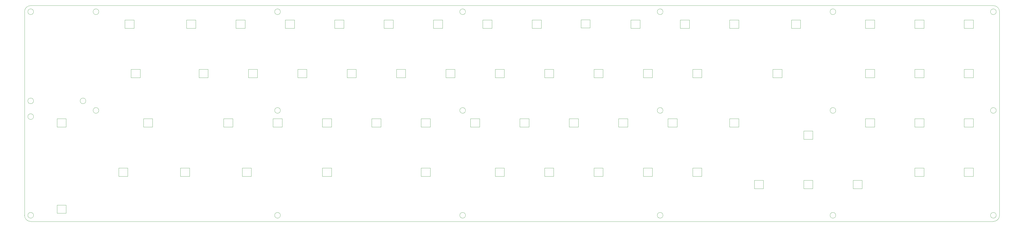
<source format=gm1>
G04 #@! TF.GenerationSoftware,KiCad,Pcbnew,(5.1.12)-1*
G04 #@! TF.CreationDate,2023-11-04T13:46:32+09:00*
G04 #@! TF.ProjectId,jtnk66w,6a746e6b-3636-4772-9e6b-696361645f70,rev?*
G04 #@! TF.SameCoordinates,Original*
G04 #@! TF.FileFunction,Profile,NP*
%FSLAX46Y46*%
G04 Gerber Fmt 4.6, Leading zero omitted, Abs format (unit mm)*
G04 Created by KiCad (PCBNEW (5.1.12)-1) date 2023-11-04 13:46:32*
%MOMM*%
%LPD*%
G01*
G04 APERTURE LIST*
G04 #@! TA.AperFunction,Profile*
%ADD10C,0.100000*%
G04 #@! TD*
G04 #@! TA.AperFunction,Profile*
%ADD11C,0.010000*%
G04 #@! TD*
G04 #@! TA.AperFunction,Profile*
%ADD12C,0.120000*%
G04 #@! TD*
G04 APERTURE END LIST*
D10*
X397668750Y-111918750D02*
G75*
G02*
X395287500Y-114300000I-2381250J0D01*
G01*
X23812500Y-114300000D02*
G75*
G02*
X21431250Y-111918750I0J2381250D01*
G01*
X21431250Y-33337500D02*
G75*
G02*
X23812500Y-30956250I2381250J0D01*
G01*
X395287500Y-30956250D02*
G75*
G02*
X397668750Y-33337500I0J-2381250D01*
G01*
X395287500Y-30956250D02*
X23812500Y-30956250D01*
X397668750Y-111918750D02*
X397668750Y-33337500D01*
X23812500Y-114300000D02*
X395287500Y-114300000D01*
X21431250Y-33337500D02*
X21431250Y-111918750D01*
D11*
X24912500Y-33337500D02*
G75*
G03*
X24912500Y-33337500I-1100000J0D01*
G01*
X24912500Y-67750000D02*
G75*
G03*
X24912500Y-67750000I-1100000J0D01*
G01*
D12*
X387512000Y-96850000D02*
X384012000Y-96850000D01*
X387512000Y-93650000D02*
X387512000Y-96850000D01*
X384012000Y-93650000D02*
X387512000Y-93650000D01*
X384012000Y-96850000D02*
X384012000Y-93650000D01*
X387512000Y-77800000D02*
X384012000Y-77800000D01*
X387512000Y-74600000D02*
X387512000Y-77800000D01*
X384012000Y-74600000D02*
X387512000Y-74600000D01*
X384012000Y-77800000D02*
X384012000Y-74600000D01*
X387512000Y-58750000D02*
X384012000Y-58750000D01*
X387512000Y-55550000D02*
X387512000Y-58750000D01*
X384012000Y-55550000D02*
X387512000Y-55550000D01*
X384012000Y-58750000D02*
X384012000Y-55550000D01*
X387512000Y-39700000D02*
X384012000Y-39700000D01*
X387512000Y-36500000D02*
X387512000Y-39700000D01*
X384012000Y-36500000D02*
X387512000Y-36500000D01*
X384012000Y-39700000D02*
X384012000Y-36500000D01*
X368462000Y-39700000D02*
X364962000Y-39700000D01*
X368462000Y-36500000D02*
X368462000Y-39700000D01*
X364962000Y-36500000D02*
X368462000Y-36500000D01*
X364962000Y-39700000D02*
X364962000Y-36500000D01*
X368462000Y-58750000D02*
X364962000Y-58750000D01*
X368462000Y-55550000D02*
X368462000Y-58750000D01*
X364962000Y-55550000D02*
X368462000Y-55550000D01*
X364962000Y-58750000D02*
X364962000Y-55550000D01*
X368462000Y-77800000D02*
X364962000Y-77800000D01*
X368462000Y-74600000D02*
X368462000Y-77800000D01*
X364962000Y-74600000D02*
X368462000Y-74600000D01*
X364962000Y-77800000D02*
X364962000Y-74600000D01*
X368462000Y-96850000D02*
X364962000Y-96850000D01*
X368462000Y-93650000D02*
X368462000Y-96850000D01*
X364962000Y-93650000D02*
X368462000Y-93650000D01*
X364962000Y-96850000D02*
X364962000Y-93650000D01*
X344650000Y-101612000D02*
X341150000Y-101612000D01*
X344650000Y-98412000D02*
X344650000Y-101612000D01*
X341150000Y-98412000D02*
X344650000Y-98412000D01*
X341150000Y-101612000D02*
X341150000Y-98412000D01*
X349412000Y-77800000D02*
X345912000Y-77800000D01*
X349412000Y-74600000D02*
X349412000Y-77800000D01*
X345912000Y-74600000D02*
X349412000Y-74600000D01*
X345912000Y-77800000D02*
X345912000Y-74600000D01*
X349412000Y-58750000D02*
X345912000Y-58750000D01*
X349412000Y-55550000D02*
X349412000Y-58750000D01*
X345912000Y-55550000D02*
X349412000Y-55550000D01*
X345912000Y-58750000D02*
X345912000Y-55550000D01*
X349412000Y-39700000D02*
X345912000Y-39700000D01*
X349412000Y-36500000D02*
X349412000Y-39700000D01*
X345912000Y-36500000D02*
X349412000Y-36500000D01*
X345912000Y-39700000D02*
X345912000Y-36500000D01*
X320838000Y-39700000D02*
X317338000Y-39700000D01*
X320838000Y-36500000D02*
X320838000Y-39700000D01*
X317338000Y-36500000D02*
X320838000Y-36500000D01*
X317338000Y-39700000D02*
X317338000Y-36500000D01*
X297025000Y-39700000D02*
X293525000Y-39700000D01*
X297025000Y-36500000D02*
X297025000Y-39700000D01*
X293525000Y-36500000D02*
X297025000Y-36500000D01*
X293525000Y-39700000D02*
X293525000Y-36500000D01*
X313694000Y-58750000D02*
X310194000Y-58750000D01*
X313694000Y-55550000D02*
X313694000Y-58750000D01*
X310194000Y-55550000D02*
X313694000Y-55550000D01*
X310194000Y-58750000D02*
X310194000Y-55550000D01*
X325600000Y-82562500D02*
X322100000Y-82562500D01*
X325600000Y-79362500D02*
X325600000Y-82562500D01*
X322100000Y-79362500D02*
X325600000Y-79362500D01*
X322100000Y-82562500D02*
X322100000Y-79362500D01*
X325600000Y-101612000D02*
X322100000Y-101612000D01*
X325600000Y-98412000D02*
X325600000Y-101612000D01*
X322100000Y-98412000D02*
X325600000Y-98412000D01*
X322100000Y-101612000D02*
X322100000Y-98412000D01*
X306550000Y-101612000D02*
X303050000Y-101612000D01*
X306550000Y-98412000D02*
X306550000Y-101612000D01*
X303050000Y-98412000D02*
X306550000Y-98412000D01*
X303050000Y-101612000D02*
X303050000Y-98412000D01*
X297025000Y-77800000D02*
X293525000Y-77800000D01*
X297025000Y-74600000D02*
X297025000Y-77800000D01*
X293525000Y-74600000D02*
X297025000Y-74600000D01*
X293525000Y-77800000D02*
X293525000Y-74600000D01*
X282738000Y-58750000D02*
X279238000Y-58750000D01*
X282738000Y-55550000D02*
X282738000Y-58750000D01*
X279238000Y-55550000D02*
X282738000Y-55550000D01*
X279238000Y-58750000D02*
X279238000Y-55550000D01*
X277975000Y-39700000D02*
X274475000Y-39700000D01*
X277975000Y-36500000D02*
X277975000Y-39700000D01*
X274475000Y-36500000D02*
X277975000Y-36500000D01*
X274475000Y-39700000D02*
X274475000Y-36500000D01*
X258925000Y-39700000D02*
X255425000Y-39700000D01*
X258925000Y-36500000D02*
X258925000Y-39700000D01*
X255425000Y-36500000D02*
X258925000Y-36500000D01*
X255425000Y-39700000D02*
X255425000Y-36500000D01*
X263688000Y-58750000D02*
X260188000Y-58750000D01*
X263688000Y-55550000D02*
X263688000Y-58750000D01*
X260188000Y-55550000D02*
X263688000Y-55550000D01*
X260188000Y-58750000D02*
X260188000Y-55550000D01*
X273212000Y-77800000D02*
X269712000Y-77800000D01*
X273212000Y-74600000D02*
X273212000Y-77800000D01*
X269712000Y-74600000D02*
X273212000Y-74600000D01*
X269712000Y-77800000D02*
X269712000Y-74600000D01*
X282738000Y-96850000D02*
X279238000Y-96850000D01*
X282738000Y-93650000D02*
X282738000Y-96850000D01*
X279238000Y-93650000D02*
X282738000Y-93650000D01*
X279238000Y-96850000D02*
X279238000Y-93650000D01*
X263688000Y-96850000D02*
X260188000Y-96850000D01*
X263688000Y-93650000D02*
X263688000Y-96850000D01*
X260188000Y-93650000D02*
X263688000Y-93650000D01*
X260188000Y-96850000D02*
X260188000Y-93650000D01*
X254162000Y-77800000D02*
X250662000Y-77800000D01*
X254162000Y-74600000D02*
X254162000Y-77800000D01*
X250662000Y-74600000D02*
X254162000Y-74600000D01*
X250662000Y-77800000D02*
X250662000Y-74600000D01*
X244638000Y-58750000D02*
X241138000Y-58750000D01*
X244638000Y-55550000D02*
X244638000Y-58750000D01*
X241138000Y-55550000D02*
X244638000Y-55550000D01*
X241138000Y-58750000D02*
X241138000Y-55550000D01*
X239656000Y-39600000D02*
X236156000Y-39600000D01*
X239656000Y-36400000D02*
X239656000Y-39600000D01*
X236156000Y-36400000D02*
X239656000Y-36400000D01*
X236156000Y-39600000D02*
X236156000Y-36400000D01*
X220825000Y-39700000D02*
X217325000Y-39700000D01*
X220825000Y-36500000D02*
X220825000Y-39700000D01*
X217325000Y-36500000D02*
X220825000Y-36500000D01*
X217325000Y-39700000D02*
X217325000Y-36500000D01*
X225588000Y-58750000D02*
X222088000Y-58750000D01*
X225588000Y-55550000D02*
X225588000Y-58750000D01*
X222088000Y-55550000D02*
X225588000Y-55550000D01*
X222088000Y-58750000D02*
X222088000Y-55550000D01*
X235112000Y-77800000D02*
X231612000Y-77800000D01*
X235112000Y-74600000D02*
X235112000Y-77800000D01*
X231612000Y-74600000D02*
X235112000Y-74600000D01*
X231612000Y-77800000D02*
X231612000Y-74600000D01*
X244638000Y-96850000D02*
X241138000Y-96850000D01*
X244638000Y-93650000D02*
X244638000Y-96850000D01*
X241138000Y-93650000D02*
X244638000Y-93650000D01*
X241138000Y-96850000D02*
X241138000Y-93650000D01*
X225588000Y-96850000D02*
X222088000Y-96850000D01*
X225588000Y-93650000D02*
X225588000Y-96850000D01*
X222088000Y-93650000D02*
X225588000Y-93650000D01*
X222088000Y-96850000D02*
X222088000Y-93650000D01*
X216062000Y-77800000D02*
X212562000Y-77800000D01*
X216062000Y-74600000D02*
X216062000Y-77800000D01*
X212562000Y-74600000D02*
X216062000Y-74600000D01*
X212562000Y-77800000D02*
X212562000Y-74600000D01*
X206538000Y-58750000D02*
X203038000Y-58750000D01*
X206538000Y-55550000D02*
X206538000Y-58750000D01*
X203038000Y-55550000D02*
X206538000Y-55550000D01*
X203038000Y-58750000D02*
X203038000Y-55550000D01*
X201775000Y-39700000D02*
X198275000Y-39700000D01*
X201775000Y-36500000D02*
X201775000Y-39700000D01*
X198275000Y-36500000D02*
X201775000Y-36500000D01*
X198275000Y-39700000D02*
X198275000Y-36500000D01*
X182725000Y-39700000D02*
X179225000Y-39700000D01*
X182725000Y-36500000D02*
X182725000Y-39700000D01*
X179225000Y-36500000D02*
X182725000Y-36500000D01*
X179225000Y-39700000D02*
X179225000Y-36500000D01*
X187488000Y-58750000D02*
X183988000Y-58750000D01*
X187488000Y-55550000D02*
X187488000Y-58750000D01*
X183988000Y-55550000D02*
X187488000Y-55550000D01*
X183988000Y-58750000D02*
X183988000Y-55550000D01*
X197012000Y-77800000D02*
X193512000Y-77800000D01*
X197012000Y-74600000D02*
X197012000Y-77800000D01*
X193512000Y-74600000D02*
X197012000Y-74600000D01*
X193512000Y-77800000D02*
X193512000Y-74600000D01*
X206538000Y-96850000D02*
X203038000Y-96850000D01*
X206538000Y-93650000D02*
X206538000Y-96850000D01*
X203038000Y-93650000D02*
X206538000Y-93650000D01*
X203038000Y-96850000D02*
X203038000Y-93650000D01*
X177962000Y-96850000D02*
X174462000Y-96850000D01*
X177962000Y-93650000D02*
X177962000Y-96850000D01*
X174462000Y-93650000D02*
X177962000Y-93650000D01*
X174462000Y-96850000D02*
X174462000Y-93650000D01*
X177962000Y-77800000D02*
X174462000Y-77800000D01*
X177962000Y-74600000D02*
X177962000Y-77800000D01*
X174462000Y-74600000D02*
X177962000Y-74600000D01*
X174462000Y-77800000D02*
X174462000Y-74600000D01*
X168438000Y-58750000D02*
X164938000Y-58750000D01*
X168438000Y-55550000D02*
X168438000Y-58750000D01*
X164938000Y-55550000D02*
X168438000Y-55550000D01*
X164938000Y-58750000D02*
X164938000Y-55550000D01*
X163675000Y-39700000D02*
X160175000Y-39700000D01*
X163675000Y-36500000D02*
X163675000Y-39700000D01*
X160175000Y-36500000D02*
X163675000Y-36500000D01*
X160175000Y-39700000D02*
X160175000Y-36500000D01*
X144625000Y-39700000D02*
X141125000Y-39700000D01*
X144625000Y-36500000D02*
X144625000Y-39700000D01*
X141125000Y-36500000D02*
X144625000Y-36500000D01*
X141125000Y-39700000D02*
X141125000Y-36500000D01*
X149388000Y-58750000D02*
X145888000Y-58750000D01*
X149388000Y-55550000D02*
X149388000Y-58750000D01*
X145888000Y-55550000D02*
X149388000Y-55550000D01*
X145888000Y-58750000D02*
X145888000Y-55550000D01*
X158912000Y-77800000D02*
X155412000Y-77800000D01*
X158912000Y-74600000D02*
X158912000Y-77800000D01*
X155412000Y-74600000D02*
X158912000Y-74600000D01*
X155412000Y-77800000D02*
X155412000Y-74600000D01*
X139862000Y-96850000D02*
X136362000Y-96850000D01*
X139862000Y-93650000D02*
X139862000Y-96850000D01*
X136362000Y-93650000D02*
X139862000Y-93650000D01*
X136362000Y-96850000D02*
X136362000Y-93650000D01*
X139862000Y-77800000D02*
X136362000Y-77800000D01*
X139862000Y-74600000D02*
X139862000Y-77800000D01*
X136362000Y-74600000D02*
X139862000Y-74600000D01*
X136362000Y-77800000D02*
X136362000Y-74600000D01*
X130338000Y-58750000D02*
X126838000Y-58750000D01*
X130338000Y-55550000D02*
X130338000Y-58750000D01*
X126838000Y-55550000D02*
X130338000Y-55550000D01*
X126838000Y-58750000D02*
X126838000Y-55550000D01*
X125575000Y-39700000D02*
X122075000Y-39700000D01*
X125575000Y-36500000D02*
X125575000Y-39700000D01*
X122075000Y-36500000D02*
X125575000Y-36500000D01*
X122075000Y-39700000D02*
X122075000Y-36500000D01*
X106525000Y-39700000D02*
X103025000Y-39700000D01*
X106525000Y-36500000D02*
X106525000Y-39700000D01*
X103025000Y-36500000D02*
X106525000Y-36500000D01*
X103025000Y-39700000D02*
X103025000Y-36500000D01*
X111288000Y-58750000D02*
X107788000Y-58750000D01*
X111288000Y-55550000D02*
X111288000Y-58750000D01*
X107788000Y-55550000D02*
X111288000Y-55550000D01*
X107788000Y-58750000D02*
X107788000Y-55550000D01*
X120812000Y-77800000D02*
X117312000Y-77800000D01*
X120812000Y-74600000D02*
X120812000Y-77800000D01*
X117312000Y-74600000D02*
X120812000Y-74600000D01*
X117312000Y-77800000D02*
X117312000Y-74600000D01*
X108906000Y-96850000D02*
X105406000Y-96850000D01*
X108906000Y-93650000D02*
X108906000Y-96850000D01*
X105406000Y-93650000D02*
X108906000Y-93650000D01*
X105406000Y-96850000D02*
X105406000Y-93650000D01*
X85093800Y-96850000D02*
X81593800Y-96850000D01*
X85093800Y-93650000D02*
X85093800Y-96850000D01*
X81593800Y-93650000D02*
X85093800Y-93650000D01*
X81593800Y-96850000D02*
X81593800Y-93650000D01*
X101762000Y-77800000D02*
X98262000Y-77800000D01*
X101762000Y-74600000D02*
X101762000Y-77800000D01*
X98262000Y-74600000D02*
X101762000Y-74600000D01*
X98262000Y-77800000D02*
X98262000Y-74600000D01*
X92237500Y-58750000D02*
X88737500Y-58750000D01*
X92237500Y-55550000D02*
X92237500Y-58750000D01*
X88737500Y-55550000D02*
X92237500Y-55550000D01*
X88737500Y-58750000D02*
X88737500Y-55550000D01*
X87475000Y-39700000D02*
X83975000Y-39700000D01*
X87475000Y-36500000D02*
X87475000Y-39700000D01*
X83975000Y-36500000D02*
X87475000Y-36500000D01*
X83975000Y-39700000D02*
X83975000Y-36500000D01*
X63662500Y-39700000D02*
X60162500Y-39700000D01*
X63662500Y-36500000D02*
X63662500Y-39700000D01*
X60162500Y-36500000D02*
X63662500Y-36500000D01*
X60162500Y-39700000D02*
X60162500Y-36500000D01*
X66043800Y-58750000D02*
X62543800Y-58750000D01*
X66043800Y-55550000D02*
X66043800Y-58750000D01*
X62543800Y-55550000D02*
X66043800Y-55550000D01*
X62543800Y-58750000D02*
X62543800Y-55550000D01*
X70806200Y-77800000D02*
X67306200Y-77800000D01*
X70806200Y-74600000D02*
X70806200Y-77800000D01*
X67306200Y-74600000D02*
X70806200Y-74600000D01*
X67306200Y-77800000D02*
X67306200Y-74600000D01*
X61281200Y-96850000D02*
X57781200Y-96850000D01*
X61281200Y-93650000D02*
X61281200Y-96850000D01*
X57781200Y-93650000D02*
X61281200Y-93650000D01*
X57781200Y-96850000D02*
X57781200Y-93650000D01*
X37468800Y-111138000D02*
X33968800Y-111138000D01*
X37468800Y-107938000D02*
X37468800Y-111138000D01*
X33968800Y-107938000D02*
X37468800Y-107938000D01*
X33968800Y-111138000D02*
X33968800Y-107938000D01*
X37468800Y-77800000D02*
X33968800Y-77800000D01*
X37468800Y-74600000D02*
X37468800Y-77800000D01*
X33968800Y-74600000D02*
X37468800Y-74600000D01*
X33968800Y-77800000D02*
X33968800Y-74600000D01*
D11*
X24912500Y-111919000D02*
G75*
G03*
X24912500Y-111919000I-1100000J0D01*
G01*
X45100000Y-67750000D02*
G75*
G03*
X45100000Y-67750000I-1100000J0D01*
G01*
X50100000Y-33337500D02*
G75*
G03*
X50100000Y-33337500I-1100000J0D01*
G01*
X50100000Y-71437500D02*
G75*
G03*
X50100000Y-71437500I-1100000J0D01*
G01*
X191600000Y-71437500D02*
G75*
G03*
X191600000Y-71437500I-1100000J0D01*
G01*
X191600000Y-33337500D02*
G75*
G03*
X191600000Y-33337500I-1100000J0D01*
G01*
X191600000Y-111919000D02*
G75*
G03*
X191600000Y-111919000I-1100000J0D01*
G01*
X120162000Y-71437500D02*
G75*
G03*
X120162000Y-71437500I-1100000J0D01*
G01*
X120162000Y-33337500D02*
G75*
G03*
X120162000Y-33337500I-1100000J0D01*
G01*
X120162000Y-111919000D02*
G75*
G03*
X120162000Y-111919000I-1100000J0D01*
G01*
X267800000Y-71437500D02*
G75*
G03*
X267800000Y-71437500I-1100000J0D01*
G01*
X267800000Y-33337500D02*
G75*
G03*
X267800000Y-33337500I-1100000J0D01*
G01*
X267800000Y-111919000D02*
G75*
G03*
X267800000Y-111919000I-1100000J0D01*
G01*
X334475000Y-71437500D02*
G75*
G03*
X334475000Y-71437500I-1100000J0D01*
G01*
X334475000Y-33337500D02*
G75*
G03*
X334475000Y-33337500I-1100000J0D01*
G01*
X334475000Y-111919000D02*
G75*
G03*
X334475000Y-111919000I-1100000J0D01*
G01*
X396388000Y-111919000D02*
G75*
G03*
X396388000Y-111919000I-1100000J0D01*
G01*
X396388000Y-71437500D02*
G75*
G03*
X396388000Y-71437500I-1100000J0D01*
G01*
X396388000Y-33337500D02*
G75*
G03*
X396388000Y-33337500I-1100000J0D01*
G01*
X24912500Y-73818800D02*
G75*
G03*
X24912500Y-73818800I-1100000J0D01*
G01*
M02*

</source>
